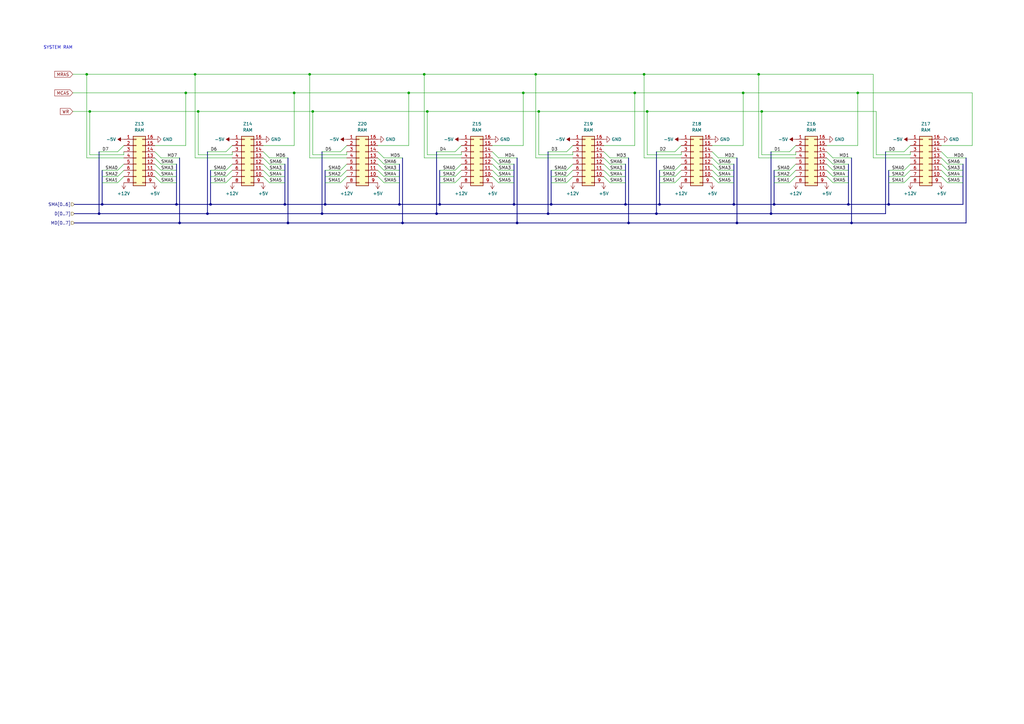
<source format=kicad_sch>
(kicad_sch (version 20230121) (generator eeschema)
  (paper "A3")
  (lib_symbols
    (symbol "Connector_Generic:Conn_02x08_Counter_Clockwise" (pin_names (offset 1.016) hide)
      (property "Reference" "J" (at 1.27 10.16 0))
      (property "Value" "Conn_02x08_Counter_Clockwise" (at 1.27 -12.7 0))
      (symbol "Conn_02x08_Counter_Clockwise_1_1"
        (rectangle (start -1.27 -10.033) (end 0 -10.287) (stroke (width 0.1524)))
        (rectangle (start -1.27 -7.493) (end 0 -7.747) (stroke (width 0.1524)))
        (rectangle (start -1.27 -4.953) (end 0 -5.207) (stroke (width 0.1524)))
        (rectangle (start -1.27 -2.413) (end 0 -2.667) (stroke (width 0.1524)))
        (rectangle (start -1.27 0.127) (end 0 -0.127) (stroke (width 0.1524)))
        (rectangle (start -1.27 2.667) (end 0 2.413) (stroke (width 0.1524)))
        (rectangle (start -1.27 5.207) (end 0 4.953) (stroke (width 0.1524)))
        (rectangle (start -1.27 7.747) (end 0 7.493) (stroke (width 0.1524)))
        (rectangle (start -1.27 8.89) (end 3.81 -11.43) (stroke (width 0.254)) (fill (type background)))
        (rectangle (start 3.81 -10.033) (end 2.54 -10.287) (stroke (width 0.1524)))
        (rectangle (start 3.81 -7.493) (end 2.54 -7.747) (stroke (width 0.1524)))
        (rectangle (start 3.81 -4.953) (end 2.54 -5.207) (stroke (width 0.1524)))
        (rectangle (start 3.81 -2.413) (end 2.54 -2.667) (stroke (width 0.1524)))
        (rectangle (start 3.81 0.127) (end 2.54 -0.127) (stroke (width 0.1524)))
        (rectangle (start 3.81 2.667) (end 2.54 2.413) (stroke (width 0.1524)))
        (rectangle (start 3.81 5.207) (end 2.54 4.953) (stroke (width 0.1524)))
        (rectangle (start 3.81 7.747) (end 2.54 7.493) (stroke (width 0.1524)))
        (pin passive line (at -5.08 7.62 0) (length 3.81) (name "Pin_1") (number "1"))
        (pin passive line (at 7.62 -7.62 180) (length 3.81) (name "Pin_10") (number "10"))
        (pin passive line (at 7.62 -5.08 180) (length 3.81) (name "Pin_11") (number "11"))
        (pin passive line (at 7.62 -2.54 180) (length 3.81) (name "Pin_12") (number "12"))
        (pin passive line (at 7.62 0 180) (length 3.81) (name "Pin_13") (number "13"))
        (pin passive line (at 7.62 2.54 180) (length 3.81) (name "Pin_14") (number "14"))
        (pin passive line (at 7.62 5.08 180) (length 3.81) (name "Pin_15") (number "15"))
        (pin passive line (at 7.62 7.62 180) (length 3.81) (name "Pin_16") (number "16"))
        (pin passive line (at -5.08 5.08 0) (length 3.81) (name "Pin_2") (number "2"))
        (pin passive line (at -5.08 2.54 0) (length 3.81) (name "Pin_3") (number "3"))
        (pin passive line (at -5.08 0 0) (length 3.81) (name "Pin_4") (number "4"))
        (pin passive line (at -5.08 -2.54 0) (length 3.81) (name "Pin_5") (number "5"))
        (pin passive line (at -5.08 -5.08 0) (length 3.81) (name "Pin_6") (number "6"))
        (pin passive line (at -5.08 -7.62 0) (length 3.81) (name "Pin_7") (number "7"))
        (pin passive line (at -5.08 -10.16 0) (length 3.81) (name "Pin_8") (number "8"))
        (pin passive line (at 7.62 -10.16 180) (length 3.81) (name "Pin_9") (number "9"))
      )
    )
    (symbol "power:+12V" (power) (pin_names (offset 0))
      (property "Value" "+12V" (at 0 3.556 0))
      (symbol "+12V_0_1"
        (polyline (pts (xy -0.762 1.27) (xy 0 2.54)))
        (polyline (pts (xy 0 0) (xy 0 2.54)))
        (polyline (pts (xy 0 2.54) (xy 0.762 1.27)))
      )
      (symbol "+12V_1_1"
        (pin power_in line (at 0 0 90) (length 0) hide (name "+12V") (number "1"))
      )
    )
    (symbol "power:+5V" (power) (pin_names (offset 0))
      (property "Value" "+5V" (at 0 3.556 0))
      (symbol "+5V_0_1"
        (polyline (pts (xy -0.762 1.27) (xy 0 2.54)))
        (polyline (pts (xy 0 0) (xy 0 2.54)))
        (polyline (pts (xy 0 2.54) (xy 0.762 1.27)))
      )
      (symbol "+5V_1_1"
        (pin power_in line (at 0 0 90) (length 0) hide (name "+5V") (number "1"))
      )
    )
    (symbol "power:-5V" (power) (pin_names (offset 0))
      (property "Value" "-5V" (at 0 3.81 0))
      (symbol "-5V_0_0"
        (pin power_in line (at 0 0 90) (length 0) hide (name "-5V") (number "1"))
      )
      (symbol "-5V_0_1"
        (polyline (pts (xy 0 0) (xy 0 1.27) (xy 0.762 1.27) (xy 0 2.54) (xy -0.762 1.27) (xy 0 1.27)) (fill (type outline)))
      )
    )
    (symbol "power:GND" (power) (pin_names (offset 0))
      (property "Value" "GND" (at 0 -3.81 0))
      (symbol "GND_0_1"
        (polyline (pts (xy 0 0) (xy 0 -1.27) (xy 1.27 -1.27) (xy 0 -2.54) (xy -1.27 -1.27) (xy 0 -1.27)))
      )
      (symbol "GND_1_1"
        (pin power_in line (at 0 0 270) (length 0) hide (name "GND") (number "1"))
      )
    )
  )
  (junction (at 118.11 91.44))
  (junction (at 364.49 83.82))
  (junction (at 116.84 83.82))
  (junction (at 36.83 45.72))
  (junction (at 256.54 83.82))
  (junction (at 270.51 83.82))
  (junction (at 312.42 45.72))
  (junction (at 316.23 87.63))
  (junction (at 349.25 91.44))
  (junction (at 175.26 45.72))
  (junction (at 72.39 83.82))
  (junction (at 132.08 87.63))
  (junction (at 80.01 30.48))
  (junction (at 226.06 83.82))
  (junction (at 212.09 91.44))
  (junction (at 163.83 83.82))
  (junction (at 167.64 38.1))
  (junction (at 257.81 91.44))
  (junction (at 300.99 83.82))
  (junction (at 224.79 87.63))
  (junction (at 302.26 91.44))
  (junction (at 304.8 38.1))
  (junction (at 180.34 83.82))
  (junction (at 351.79 38.1))
  (junction (at 317.5 83.82))
  (junction (at 219.71 30.48))
  (junction (at 179.07 87.63))
  (junction (at 311.15 30.48))
  (junction (at 40.64 87.63))
  (junction (at 210.82 83.82))
  (junction (at 85.09 87.63))
  (junction (at 73.66 91.44))
  (junction (at 265.43 45.72))
  (junction (at 128.27 45.72))
  (junction (at 81.28 45.72))
  (junction (at 220.98 45.72))
  (junction (at 347.98 83.82))
  (junction (at 269.24 87.63))
  (junction (at 76.2 38.1))
  (junction (at 41.91 83.82))
  (junction (at 173.99 30.48))
  (junction (at 120.65 38.1))
  (junction (at 214.63 38.1))
  (junction (at 127 30.48))
  (junction (at 133.35 83.82))
  (junction (at 35.56 30.48))
  (junction (at 86.36 83.82))
  (junction (at 264.16 30.48))
  (junction (at 165.1 91.44))
  (junction (at 260.35 38.1))
  (bus_entry (at 247.65 69.85) (size 2.54 2.54))
  (bus_entry (at 107.95 64.77) (size 2.54 2.54))
  (bus_entry (at 250.19 64.77) (size -2.54 -2.54))
  (bus_entry (at 154.94 69.85) (size 2.54 2.54))
  (bus_entry (at 292.1 67.31) (size 2.54 2.54))
  (bus_entry (at 154.94 64.77) (size 2.54 2.54))
  (bus_entry (at 339.09 64.77) (size 2.54 2.54))
  (bus_entry (at 370.84 69.85) (size 2.54 -2.54))
  (bus_entry (at 386.08 72.39) (size 2.54 2.54))
  (bus_entry (at 201.93 67.31) (size 2.54 2.54))
  (bus_entry (at 63.5 69.85) (size 2.54 2.54))
  (bus_entry (at 323.85 74.93) (size 2.54 -2.54))
  (bus_entry (at 386.08 64.77) (size 2.54 2.54))
  (bus_entry (at 204.47 64.77) (size -2.54 -2.54))
  (bus_entry (at 186.69 72.39) (size 2.54 -2.54))
  (bus_entry (at 154.94 72.39) (size 2.54 2.54))
  (bus_entry (at 139.7 72.39) (size 2.54 -2.54))
  (bus_entry (at 323.85 69.85) (size 2.54 -2.54))
  (bus_entry (at 186.69 74.93) (size 2.54 -2.54))
  (bus_entry (at 63.5 67.31) (size 2.54 2.54))
  (bus_entry (at 201.93 72.39) (size 2.54 2.54))
  (bus_entry (at 388.62 64.77) (size -2.54 -2.54))
  (bus_entry (at 92.71 74.93) (size 2.54 -2.54))
  (bus_entry (at 232.41 62.23) (size 2.54 -2.54))
  (bus_entry (at 92.71 69.85) (size 2.54 -2.54))
  (bus_entry (at 157.48 64.77) (size -2.54 -2.54))
  (bus_entry (at 92.71 62.23) (size 2.54 -2.54))
  (bus_entry (at 48.26 62.23) (size 2.54 -2.54))
  (bus_entry (at 154.94 67.31) (size 2.54 2.54))
  (bus_entry (at 386.08 69.85) (size 2.54 2.54))
  (bus_entry (at 48.26 69.85) (size 2.54 -2.54))
  (bus_entry (at 292.1 64.77) (size 2.54 2.54))
  (bus_entry (at 292.1 69.85) (size 2.54 2.54))
  (bus_entry (at 247.65 67.31) (size 2.54 2.54))
  (bus_entry (at 276.86 62.23) (size 2.54 -2.54))
  (bus_entry (at 48.26 74.93) (size 2.54 -2.54))
  (bus_entry (at 323.85 72.39) (size 2.54 -2.54))
  (bus_entry (at 107.95 72.39) (size 2.54 2.54))
  (bus_entry (at 139.7 69.85) (size 2.54 -2.54))
  (bus_entry (at 48.26 72.39) (size 2.54 -2.54))
  (bus_entry (at 201.93 64.77) (size 2.54 2.54))
  (bus_entry (at 247.65 64.77) (size 2.54 2.54))
  (bus_entry (at 276.86 74.93) (size 2.54 -2.54))
  (bus_entry (at 323.85 62.23) (size 2.54 -2.54))
  (bus_entry (at 139.7 62.23) (size 2.54 -2.54))
  (bus_entry (at 63.5 72.39) (size 2.54 2.54))
  (bus_entry (at 63.5 64.77) (size 2.54 2.54))
  (bus_entry (at 339.09 72.39) (size 2.54 2.54))
  (bus_entry (at 186.69 62.23) (size 2.54 -2.54))
  (bus_entry (at 341.63 64.77) (size -2.54 -2.54))
  (bus_entry (at 186.69 69.85) (size 2.54 -2.54))
  (bus_entry (at 92.71 72.39) (size 2.54 -2.54))
  (bus_entry (at 370.84 62.23) (size 2.54 -2.54))
  (bus_entry (at 370.84 74.93) (size 2.54 -2.54))
  (bus_entry (at 66.04 64.77) (size -2.54 -2.54))
  (bus_entry (at 339.09 69.85) (size 2.54 2.54))
  (bus_entry (at 386.08 67.31) (size 2.54 2.54))
  (bus_entry (at 232.41 69.85) (size 2.54 -2.54))
  (bus_entry (at 110.49 64.77) (size -2.54 -2.54))
  (bus_entry (at 107.95 69.85) (size 2.54 2.54))
  (bus_entry (at 294.64 64.77) (size -2.54 -2.54))
  (bus_entry (at 276.86 72.39) (size 2.54 -2.54))
  (bus_entry (at 370.84 72.39) (size 2.54 -2.54))
  (bus_entry (at 232.41 72.39) (size 2.54 -2.54))
  (bus_entry (at 201.93 69.85) (size 2.54 2.54))
  (bus_entry (at 232.41 74.93) (size 2.54 -2.54))
  (bus_entry (at 107.95 67.31) (size 2.54 2.54))
  (bus_entry (at 139.7 74.93) (size 2.54 -2.54))
  (bus_entry (at 276.86 69.85) (size 2.54 -2.54))
  (bus_entry (at 292.1 72.39) (size 2.54 2.54))
  (bus_entry (at 247.65 72.39) (size 2.54 2.54))
  (bus_entry (at 339.09 67.31) (size 2.54 2.54))
  (wire (pts (xy 36.83 63.5) (xy 50.8 63.5)))
  (bus (pts (xy 179.07 62.23) (xy 179.07 87.63)))
  (wire (pts (xy 326.39 62.23) (xy 326.39 63.5)))
  (wire (pts (xy 269.24 62.23) (xy 276.86 62.23)))
  (bus (pts (xy 72.39 83.82) (xy 86.36 83.82)))
  (wire (pts (xy 316.23 62.23) (xy 323.85 62.23)))
  (wire (pts (xy 128.27 63.5) (xy 142.24 63.5)))
  (wire (pts (xy 358.14 64.77) (xy 373.38 64.77)))
  (wire (pts (xy 304.8 38.1) (xy 351.79 38.1)))
  (wire (pts (xy 270.51 74.93) (xy 276.86 74.93)))
  (wire (pts (xy 66.04 64.77) (xy 73.66 64.77)))
  (wire (pts (xy 35.56 30.48) (xy 80.01 30.48)))
  (wire (pts (xy 179.07 62.23) (xy 186.69 62.23)))
  (bus (pts (xy 179.07 87.63) (xy 132.08 87.63)))
  (wire (pts (xy 220.98 45.72) (xy 265.43 45.72)))
  (wire (pts (xy 294.64 72.39) (xy 300.99 72.39)))
  (bus (pts (xy 363.22 62.23) (xy 363.22 87.63)))
  (wire (pts (xy 80.01 64.77) (xy 95.25 64.77)))
  (wire (pts (xy 85.09 62.23) (xy 92.71 62.23)))
  (wire (pts (xy 219.71 30.48) (xy 219.71 64.77)))
  (wire (pts (xy 250.19 64.77) (xy 257.81 64.77)))
  (wire (pts (xy 204.47 67.31) (xy 210.82 67.31)))
  (wire (pts (xy 270.51 72.39) (xy 276.86 72.39)))
  (bus (pts (xy 116.84 67.31) (xy 116.84 83.82)))
  (wire (pts (xy 120.65 38.1) (xy 120.65 59.69)))
  (wire (pts (xy 311.15 30.48) (xy 311.15 64.77)))
  (wire (pts (xy 66.04 69.85) (xy 72.39 69.85)))
  (bus (pts (xy 257.81 64.77) (xy 257.81 91.44)))
  (wire (pts (xy 220.98 63.5) (xy 234.95 63.5)))
  (wire (pts (xy 95.25 62.23) (xy 95.25 63.5)))
  (wire (pts (xy 81.28 45.72) (xy 128.27 45.72)))
  (wire (pts (xy 363.22 62.23) (xy 370.84 62.23)))
  (bus (pts (xy 349.25 91.44) (xy 302.26 91.44)))
  (bus (pts (xy 210.82 67.31) (xy 210.82 83.82)))
  (bus (pts (xy 257.81 91.44) (xy 212.09 91.44)))
  (bus (pts (xy 256.54 83.82) (xy 270.51 83.82)))
  (bus (pts (xy 317.5 69.85) (xy 317.5 83.82)))
  (wire (pts (xy 204.47 64.77) (xy 212.09 64.77)))
  (wire (pts (xy 175.26 63.5) (xy 189.23 63.5)))
  (bus (pts (xy 180.34 69.85) (xy 180.34 83.82)))
  (wire (pts (xy 234.95 62.23) (xy 234.95 63.5)))
  (bus (pts (xy 269.24 62.23) (xy 269.24 87.63)))
  (bus (pts (xy 212.09 91.44) (xy 165.1 91.44)))
  (wire (pts (xy 167.64 38.1) (xy 167.64 59.69)))
  (bus (pts (xy 347.98 83.82) (xy 364.49 83.82)))
  (wire (pts (xy 175.26 45.72) (xy 220.98 45.72)))
  (wire (pts (xy 294.64 69.85) (xy 300.99 69.85)))
  (wire (pts (xy 250.19 67.31) (xy 256.54 67.31)))
  (bus (pts (xy 270.51 83.82) (xy 300.99 83.82)))
  (bus (pts (xy 396.24 64.77) (xy 396.24 91.44)))
  (wire (pts (xy 250.19 74.93) (xy 256.54 74.93)))
  (wire (pts (xy 36.83 45.72) (xy 81.28 45.72)))
  (wire (pts (xy 226.06 72.39) (xy 232.41 72.39)))
  (bus (pts (xy 73.66 91.44) (xy 30.48 91.44)))
  (bus (pts (xy 256.54 67.31) (xy 256.54 83.82)))
  (wire (pts (xy 294.64 64.77) (xy 302.26 64.77)))
  (wire (pts (xy 127 30.48) (xy 127 64.77)))
  (wire (pts (xy 219.71 30.48) (xy 264.16 30.48)))
  (wire (pts (xy 76.2 38.1) (xy 76.2 59.69)))
  (wire (pts (xy 189.23 62.23) (xy 189.23 63.5)))
  (wire (pts (xy 86.36 72.39) (xy 92.71 72.39)))
  (wire (pts (xy 36.83 45.72) (xy 36.83 63.5)))
  (wire (pts (xy 388.62 64.77) (xy 396.24 64.77)))
  (bus (pts (xy 364.49 69.85) (xy 364.49 83.82)))
  (wire (pts (xy 157.48 64.77) (xy 165.1 64.77)))
  (bus (pts (xy 40.64 62.23) (xy 40.64 87.63)))
  (bus (pts (xy 396.24 91.44) (xy 349.25 91.44)))
  (bus (pts (xy 302.26 91.44) (xy 257.81 91.44)))
  (wire (pts (xy 364.49 74.93) (xy 370.84 74.93)))
  (wire (pts (xy 50.8 62.23) (xy 50.8 63.5)))
  (wire (pts (xy 66.04 72.39) (xy 72.39 72.39)))
  (bus (pts (xy 118.11 64.77) (xy 118.11 91.44)))
  (bus (pts (xy 116.84 83.82) (xy 133.35 83.82)))
  (wire (pts (xy 142.24 62.23) (xy 142.24 63.5)))
  (bus (pts (xy 165.1 91.44) (xy 118.11 91.44)))
  (wire (pts (xy 214.63 38.1) (xy 260.35 38.1)))
  (wire (pts (xy 63.5 59.69) (xy 76.2 59.69)))
  (wire (pts (xy 81.28 45.72) (xy 81.28 63.5)))
  (wire (pts (xy 294.64 67.31) (xy 300.99 67.31)))
  (wire (pts (xy 110.49 74.93) (xy 116.84 74.93)))
  (wire (pts (xy 388.62 74.93) (xy 394.97 74.93)))
  (bus (pts (xy 300.99 83.82) (xy 317.5 83.82)))
  (bus (pts (xy 300.99 67.31) (xy 300.99 83.82)))
  (wire (pts (xy 86.36 74.93) (xy 92.71 74.93)))
  (bus (pts (xy 226.06 69.85) (xy 226.06 83.82)))
  (wire (pts (xy 341.63 67.31) (xy 347.98 67.31)))
  (wire (pts (xy 180.34 69.85) (xy 186.69 69.85)))
  (bus (pts (xy 269.24 87.63) (xy 224.79 87.63)))
  (wire (pts (xy 110.49 67.31) (xy 116.84 67.31)))
  (wire (pts (xy 220.98 45.72) (xy 220.98 63.5)))
  (wire (pts (xy 294.64 74.93) (xy 300.99 74.93)))
  (wire (pts (xy 264.16 30.48) (xy 311.15 30.48)))
  (wire (pts (xy 265.43 63.5) (xy 279.4 63.5)))
  (wire (pts (xy 260.35 38.1) (xy 260.35 59.69)))
  (wire (pts (xy 265.43 45.72) (xy 312.42 45.72)))
  (wire (pts (xy 29.845 45.72) (xy 36.83 45.72)))
  (wire (pts (xy 388.62 67.31) (xy 394.97 67.31)))
  (wire (pts (xy 351.79 38.1) (xy 351.79 59.69)))
  (wire (pts (xy 386.08 59.69) (xy 398.78 59.69)))
  (wire (pts (xy 388.62 72.39) (xy 394.97 72.39)))
  (wire (pts (xy 66.04 67.31) (xy 72.39 67.31)))
  (bus (pts (xy 86.36 69.85) (xy 86.36 83.82)))
  (bus (pts (xy 72.39 67.31) (xy 72.39 83.82)))
  (wire (pts (xy 341.63 69.85) (xy 347.98 69.85)))
  (wire (pts (xy 304.8 38.1) (xy 304.8 59.69)))
  (bus (pts (xy 394.97 67.31) (xy 394.97 83.82)))
  (wire (pts (xy 364.49 72.39) (xy 370.84 72.39)))
  (bus (pts (xy 210.82 83.82) (xy 226.06 83.82)))
  (bus (pts (xy 163.83 67.31) (xy 163.83 83.82)))
  (wire (pts (xy 351.79 38.1) (xy 398.78 38.1)))
  (wire (pts (xy 29.845 30.48) (xy 35.56 30.48)))
  (bus (pts (xy 73.66 64.77) (xy 73.66 91.44)))
  (wire (pts (xy 311.15 64.77) (xy 326.39 64.77)))
  (bus (pts (xy 86.36 83.82) (xy 116.84 83.82)))
  (bus (pts (xy 316.23 62.23) (xy 316.23 87.63)))
  (wire (pts (xy 265.43 45.72) (xy 265.43 63.5)))
  (wire (pts (xy 317.5 69.85) (xy 323.85 69.85)))
  (bus (pts (xy 41.91 69.85) (xy 41.91 83.82)))
  (wire (pts (xy 260.35 38.1) (xy 304.8 38.1)))
  (bus (pts (xy 30.48 83.82) (xy 41.91 83.82)))
  (bus (pts (xy 133.35 83.82) (xy 163.83 83.82)))
  (bus (pts (xy 316.23 87.63) (xy 269.24 87.63)))
  (wire (pts (xy 128.27 45.72) (xy 128.27 63.5)))
  (wire (pts (xy 128.27 45.72) (xy 175.26 45.72)))
  (wire (pts (xy 157.48 67.31) (xy 163.83 67.31)))
  (wire (pts (xy 154.94 59.69) (xy 167.64 59.69)))
  (wire (pts (xy 180.34 74.93) (xy 186.69 74.93)))
  (wire (pts (xy 247.65 59.69) (xy 260.35 59.69)))
  (wire (pts (xy 359.41 63.5) (xy 373.38 63.5)))
  (wire (pts (xy 312.42 63.5) (xy 326.39 63.5)))
  (wire (pts (xy 66.04 74.93) (xy 72.39 74.93)))
  (wire (pts (xy 110.49 64.77) (xy 118.11 64.77)))
  (wire (pts (xy 110.49 72.39) (xy 116.84 72.39)))
  (wire (pts (xy 341.63 74.93) (xy 347.98 74.93)))
  (bus (pts (xy 317.5 83.82) (xy 347.98 83.82)))
  (wire (pts (xy 29.845 38.1) (xy 76.2 38.1)))
  (bus (pts (xy 302.26 64.77) (xy 302.26 91.44)))
  (wire (pts (xy 81.28 63.5) (xy 95.25 63.5)))
  (wire (pts (xy 41.91 74.93) (xy 48.26 74.93)))
  (wire (pts (xy 167.64 38.1) (xy 214.63 38.1)))
  (wire (pts (xy 127 64.77) (xy 142.24 64.77)))
  (bus (pts (xy 364.49 83.82) (xy 394.97 83.82)))
  (wire (pts (xy 359.41 45.72) (xy 359.41 63.5)))
  (wire (pts (xy 339.09 59.69) (xy 351.79 59.69)))
  (bus (pts (xy 132.08 87.63) (xy 85.09 87.63)))
  (wire (pts (xy 35.56 30.48) (xy 35.56 64.77)))
  (wire (pts (xy 250.19 69.85) (xy 256.54 69.85)))
  (wire (pts (xy 219.71 64.77) (xy 234.95 64.77)))
  (bus (pts (xy 165.1 64.77) (xy 165.1 91.44)))
  (wire (pts (xy 120.65 38.1) (xy 167.64 38.1)))
  (wire (pts (xy 41.91 72.39) (xy 48.26 72.39)))
  (wire (pts (xy 264.16 64.77) (xy 279.4 64.77)))
  (wire (pts (xy 388.62 69.85) (xy 394.97 69.85)))
  (wire (pts (xy 132.08 62.23) (xy 139.7 62.23)))
  (wire (pts (xy 204.47 74.93) (xy 210.82 74.93)))
  (wire (pts (xy 173.99 30.48) (xy 173.99 64.77)))
  (wire (pts (xy 364.49 69.85) (xy 370.84 69.85)))
  (wire (pts (xy 358.14 30.48) (xy 358.14 64.77)))
  (wire (pts (xy 204.47 69.85) (xy 210.82 69.85)))
  (wire (pts (xy 204.47 72.39) (xy 210.82 72.39)))
  (wire (pts (xy 317.5 72.39) (xy 323.85 72.39)))
  (wire (pts (xy 312.42 45.72) (xy 359.41 45.72)))
  (bus (pts (xy 133.35 69.85) (xy 133.35 83.82)))
  (bus (pts (xy 224.79 87.63) (xy 179.07 87.63)))
  (bus (pts (xy 270.51 69.85) (xy 270.51 83.82)))
  (wire (pts (xy 180.34 72.39) (xy 186.69 72.39)))
  (wire (pts (xy 292.1 59.69) (xy 304.8 59.69)))
  (wire (pts (xy 157.48 72.39) (xy 163.83 72.39)))
  (bus (pts (xy 347.98 67.31) (xy 347.98 83.82)))
  (bus (pts (xy 41.91 83.82) (xy 72.39 83.82)))
  (wire (pts (xy 40.64 62.23) (xy 48.26 62.23)))
  (wire (pts (xy 226.06 69.85) (xy 232.41 69.85)))
  (wire (pts (xy 76.2 38.1) (xy 120.65 38.1)))
  (wire (pts (xy 264.16 30.48) (xy 264.16 64.77)))
  (wire (pts (xy 127 30.48) (xy 173.99 30.48)))
  (wire (pts (xy 35.56 64.77) (xy 50.8 64.77)))
  (wire (pts (xy 201.93 59.69) (xy 214.63 59.69)))
  (wire (pts (xy 80.01 30.48) (xy 127 30.48)))
  (bus (pts (xy 212.09 64.77) (xy 212.09 91.44)))
  (wire (pts (xy 317.5 74.93) (xy 323.85 74.93)))
  (wire (pts (xy 224.79 62.23) (xy 232.41 62.23)))
  (bus (pts (xy 226.06 83.82) (xy 256.54 83.82)))
  (wire (pts (xy 41.91 69.85) (xy 48.26 69.85)))
  (bus (pts (xy 132.08 62.23) (xy 132.08 87.63)))
  (bus (pts (xy 363.22 87.63) (xy 316.23 87.63)))
  (wire (pts (xy 133.35 69.85) (xy 139.7 69.85)))
  (wire (pts (xy 133.35 74.93) (xy 139.7 74.93)))
  (wire (pts (xy 311.15 30.48) (xy 358.14 30.48)))
  (wire (pts (xy 214.63 38.1) (xy 214.63 59.69)))
  (wire (pts (xy 157.48 69.85) (xy 163.83 69.85)))
  (bus (pts (xy 40.64 87.63) (xy 30.48 87.63)))
  (wire (pts (xy 110.49 69.85) (xy 116.84 69.85)))
  (wire (pts (xy 270.51 69.85) (xy 276.86 69.85)))
  (wire (pts (xy 157.48 74.93) (xy 163.83 74.93)))
  (wire (pts (xy 398.78 38.1) (xy 398.78 59.69)))
  (wire (pts (xy 173.99 30.48) (xy 219.71 30.48)))
  (wire (pts (xy 312.42 45.72) (xy 312.42 63.5)))
  (wire (pts (xy 341.63 72.39) (xy 347.98 72.39)))
  (wire (pts (xy 107.95 59.69) (xy 120.65 59.69)))
  (bus (pts (xy 163.83 83.82) (xy 180.34 83.82)))
  (bus (pts (xy 118.11 91.44) (xy 73.66 91.44)))
  (wire (pts (xy 133.35 72.39) (xy 139.7 72.39)))
  (wire (pts (xy 373.38 62.23) (xy 373.38 63.5)))
  (bus (pts (xy 349.25 64.77) (xy 349.25 91.44)))
  (bus (pts (xy 224.79 62.23) (xy 224.79 87.63)))
  (wire (pts (xy 226.06 74.93) (xy 232.41 74.93)))
  (wire (pts (xy 86.36 69.85) (xy 92.71 69.85)))
  (bus (pts (xy 85.09 87.63) (xy 40.64 87.63)))
  (bus (pts (xy 180.34 83.82) (xy 210.82 83.82)))
  (wire (pts (xy 341.63 64.77) (xy 349.25 64.77)))
  (wire (pts (xy 80.01 30.48) (xy 80.01 64.77)))
  (wire (pts (xy 279.4 62.23) (xy 279.4 63.5)))
  (bus (pts (xy 85.09 62.23) (xy 85.09 87.63)))
  (wire (pts (xy 173.99 64.77) (xy 189.23 64.77)))
  (wire (pts (xy 250.19 72.39) (xy 256.54 72.39)))
  (wire (pts (xy 175.26 45.72) (xy 175.26 63.5)))
  (text "SYSTEM RAM" (at 17.78 20.32 0) (effects (font (size 1.27 1.27)) (justify left bottom)))
  (label "SMA4" (at 341.63 72.39 0))
  (label "SMA2" (at 134.62 72.39 0))
  (label "D0" (at 364.49 62.23 0))
  (label "SMA2" (at 181.61 72.39 0))
  (label "SMA5" (at 204.47 74.93 0))
  (label "SMA2" (at 365.76 72.39 0))
  (label "SMA3" (at 250.19 69.85 0))
  (label "D4" (at 180.34 62.23 0))
  (label "SMA1" (at 134.62 74.93 0))
  (label "MD7" (at 68.58 64.77 0))
  (label "SMA0" (at 365.76 69.85 0))
  (label "SMA5" (at 294.64 74.93 0))
  (label "MD0" (at 391.16 64.77 0))
  (label "SMA2" (at 318.77 72.39 0))
  (label "SMA5" (at 388.62 74.93 0))
  (label "D3" (at 226.06 62.23 0))
  (label "SMA0" (at 318.77 69.85 0))
  (label "SMA0" (at 87.63 69.85 0))
  (label "SMA3" (at 66.04 69.85 0))
  (label "D6" (at 86.36 62.23 0))
  (label "SMA4" (at 66.04 72.39 0))
  (label "MD1" (at 344.17 64.77 0))
  (label "SMA3" (at 388.62 69.85 0))
  (label "SMA2" (at 271.78 72.39 0))
  (label "SMA2" (at 43.18 72.39 0))
  (label "SMA6" (at 250.19 67.31 0))
  (label "SMA2" (at 87.63 72.39 0))
  (label "SMA6" (at 66.04 67.31 0))
  (label "SMA2" (at 227.33 72.39 0))
  (label "D5" (at 133.35 62.23 0))
  (label "SMA3" (at 341.63 69.85 0))
  (label "SMA6" (at 388.62 67.31 0))
  (label "MD3" (at 252.73 64.77 0))
  (label "SMA3" (at 157.48 69.85 0))
  (label "SMA4" (at 294.64 72.39 0))
  (label "SMA1" (at 43.18 74.93 0))
  (label "SMA6" (at 341.63 67.31 0))
  (label "SMA5" (at 110.49 74.93 0))
  (label "SMA5" (at 341.63 74.93 0))
  (label "MD4" (at 207.01 64.77 0))
  (label "SMA4" (at 110.49 72.39 0))
  (label "SMA6" (at 157.48 67.31 0))
  (label "SMA1" (at 271.78 74.93 0))
  (label "MD5" (at 160.02 64.77 0))
  (label "SMA3" (at 294.64 69.85 0))
  (label "SMA0" (at 181.61 69.85 0))
  (label "SMA0" (at 271.78 69.85 0))
  (label "SMA4" (at 250.19 72.39 0))
  (label "SMA0" (at 43.18 69.85 0))
  (label "SMA0" (at 134.62 69.85 0))
  (label "SMA4" (at 204.47 72.39 0))
  (label "SMA1" (at 87.63 74.93 0))
  (label "MD2" (at 297.18 64.77 0))
  (label "SMA3" (at 110.49 69.85 0))
  (label "SMA3" (at 204.47 69.85 0))
  (label "D1" (at 317.5 62.23 0))
  (label "SMA1" (at 318.77 74.93 0))
  (label "SMA6" (at 110.49 67.31 0))
  (label "SMA4" (at 388.62 72.39 0))
  (label "SMA1" (at 365.76 74.93 0))
  (label "SMA4" (at 157.48 72.39 0))
  (label "SMA6" (at 294.64 67.31 0))
  (label "D7" (at 41.91 62.23 0))
  (label "SMA6" (at 204.47 67.31 0))
  (label "SMA5" (at 66.04 74.93 0))
  (label "D2" (at 270.51 62.23 0))
  (label "SMA5" (at 157.48 74.93 0))
  (label "SMA1" (at 227.33 74.93 0))
  (label "SMA5" (at 250.19 74.93 0))
  (label "SMA1" (at 181.61 74.93 0))
  (label "SMA0" (at 227.33 69.85 0))
  (label "MD6" (at 113.03 64.77 0))
  (global_label "MRAS" (shape input) (at 29.845 30.48 180) (property "Intersheetrefs" "${INTERSHEET_REFS}" (effects hide)))
  (global_label "MCAS" (shape input) (at 29.845 38.1 180) (property "Intersheetrefs" "${INTERSHEET_REFS}" (effects hide)))
  (global_label "WR" (shape input) (at 29.845 45.72 180) (property "Intersheetrefs" "${INTERSHEET_REFS}" (effects hide)))
  (hierarchical_label "D[0..7]" (shape input) (at 30.48 87.63 180))
  (hierarchical_label "SMA[0..6]" (shape input) (at 30.48 83.82 180))
  (hierarchical_label "MD[0..7]" (shape input) (at 30.48 91.44 180))
  (symbol (lib_id "power:+5V") (at 107.95 74.93 180) (unit 1)
    (property "Reference" "#PWR010" (effects hide))
    (property "Value" "+5V" (at 107.95 79.375 0))
    (instances (project "TRS80IUS" (path "" (reference "#PWR010") (unit 1)) (path "" (reference "#PWR042") (unit 1)) (path "" (reference "#PWR0216") (unit 1))))
  )
  (symbol (lib_id "power:+12V") (at 50.8 74.93 180) (unit 1)
    (property "Reference" "#PWR0107" (effects hide))
    (property "Value" "+12V" (at 53.34 79.375 0) (effects (justify left)))
    (instances (project "TRS80IUS" (path "" (reference "#PWR0107") (unit 1)) (path "" (reference "#PWR0194") (unit 1))))
  )
  (symbol (lib_id "Connector_Generic:Conn_02x08_Counter_Clockwise") (at 378.46 64.77 0) (unit 1)
    (property "Reference" "Z17" (at 379.73 50.8 0))
    (property "Value" "RAM" (at 379.73 53.34 0))
    (property "Footprint" "TRS80IUS:DIP-16_W7.62mm" (effects hide))
  )
  (symbol (lib_id "power:+5V") (at 201.93 74.93 180) (unit 1)
    (property "Reference" "#PWR010" (effects hide))
    (property "Value" "+5V" (at 201.93 79.375 0))
    (instances (project "TRS80IUS" (path "" (reference "#PWR010") (unit 1)) (path "" (reference "#PWR042") (unit 1)) (path "" (reference "#PWR0224") (unit 1))))
  )
  (symbol (lib_id "power:GND") (at 247.65 57.15 90) (unit 1)
    (property "Reference" "#PWR0108" (effects hide))
    (property "Value" "GND" (at 250.825 57.15 90) (effects (justify right)))
    (instances (project "TRS80IUS" (path "" (reference "#PWR0108") (unit 1)) (path "" (reference "#PWR0123") (unit 1)) (path "" (reference "#PWR0132") (unit 1)) (path "" (reference "#PWR0137") (unit 1)) (path "" (reference "#PWR0164") (unit 1)) (path "" (reference "#PWR0227") (unit 1))))
  )
  (symbol (lib_id "Connector_Generic:Conn_02x08_Counter_Clockwise") (at 194.31 64.77 0) (unit 1)
    (property "Reference" "Z15" (at 195.58 50.8 0))
    (property "Value" "RAM" (at 195.58 53.34 0))
    (property "Footprint" "TRS80IUS:DIP-16_W7.62mm" (effects hide))
  )
  (symbol (lib_id "power:+12V") (at 373.38 74.93 180) (unit 1)
    (property "Reference" "#PWR0107" (effects hide))
    (property "Value" "+12V" (at 375.92 79.375 0) (effects (justify left)))
    (instances (project "TRS80IUS" (path "" (reference "#PWR0107") (unit 1)) (path "" (reference "#PWR0268") (unit 1))))
  )
  (symbol (lib_id "power:+12V") (at 142.24 74.93 180) (unit 1)
    (property "Reference" "#PWR0107" (effects hide))
    (property "Value" "+12V" (at 144.78 79.375 0) (effects (justify left)))
    (instances (project "TRS80IUS" (path "" (reference "#PWR0107") (unit 1)) (path "" (reference "#PWR0258") (unit 1))))
  )
  (symbol (lib_id "power:-5V") (at 234.95 57.15 90) (unit 1)
    (property "Reference" "#PWR0243" (effects hide))
    (property "Value" "-5V" (at 231.775 57.15 90) (effects (justify left)))
    (instances (project "TRS80IUS" (path "" (reference "#PWR0243") (unit 1)) (path "" (reference "#PWR0225") (unit 1))))
  )
  (symbol (lib_id "power:+5V") (at 339.09 74.93 180) (unit 1)
    (property "Reference" "#PWR010" (effects hide))
    (property "Value" "+5V" (at 339.09 79.375 0))
    (instances (project "TRS80IUS" (path "" (reference "#PWR010") (unit 1)) (path "" (reference "#PWR042") (unit 1)) (path "" (reference "#PWR0237") (unit 1))))
  )
  (symbol (lib_id "power:+12V") (at 234.95 74.93 180) (unit 1)
    (property "Reference" "#PWR0107" (effects hide))
    (property "Value" "+12V" (at 237.49 79.375 0) (effects (justify left)))
    (instances (project "TRS80IUS" (path "" (reference "#PWR0107") (unit 1)) (path "" (reference "#PWR0265") (unit 1))))
  )
  (symbol (lib_id "power:+12V") (at 326.39 74.93 180) (unit 1)
    (property "Reference" "#PWR0107" (effects hide))
    (property "Value" "+12V" (at 328.93 79.375 0) (effects (justify left)))
    (instances (project "TRS80IUS" (path "" (reference "#PWR0107") (unit 1)) (path "" (reference "#PWR0267") (unit 1))))
  )
  (symbol (lib_id "power:GND") (at 339.09 57.15 90) (unit 1)
    (property "Reference" "#PWR0108" (effects hide))
    (property "Value" "GND" (at 342.265 57.15 90) (effects (justify right)))
    (instances (project "TRS80IUS" (path "" (reference "#PWR0108") (unit 1)) (path "" (reference "#PWR0123") (unit 1)) (path "" (reference "#PWR0132") (unit 1)) (path "" (reference "#PWR0137") (unit 1)) (path "" (reference "#PWR0164") (unit 1)) (path "" (reference "#PWR0236") (unit 1))))
  )
  (symbol (lib_id "power:+5V") (at 63.5 74.93 180) (unit 1)
    (property "Reference" "#PWR010" (effects hide))
    (property "Value" "+5V" (at 63.5 79.375 0))
    (instances (project "TRS80IUS" (path "" (reference "#PWR010") (unit 1)) (path "" (reference "#PWR042") (unit 1)) (path "" (reference "#PWR0212") (unit 1))))
  )
  (symbol (lib_id "power:-5V") (at 95.25 57.15 90) (unit 1)
    (property "Reference" "#PWR0243" (effects hide))
    (property "Value" "-5V" (at 92.075 57.15 90) (effects (justify left)))
    (instances (project "TRS80IUS" (path "" (reference "#PWR0243") (unit 1)) (path "" (reference "#PWR0213") (unit 1))))
  )
  (symbol (lib_id "power:GND") (at 292.1 57.15 90) (unit 1)
    (property "Reference" "#PWR0108" (effects hide))
    (property "Value" "GND" (at 295.275 57.15 90) (effects (justify right)))
    (instances (project "TRS80IUS" (path "" (reference "#PWR0108") (unit 1)) (path "" (reference "#PWR0123") (unit 1)) (path "" (reference "#PWR0132") (unit 1)) (path "" (reference "#PWR0137") (unit 1)) (path "" (reference "#PWR0164") (unit 1)) (path "" (reference "#PWR0232") (unit 1))))
  )
  (symbol (lib_id "power:GND") (at 201.93 57.15 90) (unit 1)
    (property "Reference" "#PWR0108" (effects hide))
    (property "Value" "GND" (at 205.105 57.15 90) (effects (justify right)))
    (instances (project "TRS80IUS" (path "" (reference "#PWR0108") (unit 1)) (path "" (reference "#PWR0123") (unit 1)) (path "" (reference "#PWR0132") (unit 1)) (path "" (reference "#PWR0137") (unit 1)) (path "" (reference "#PWR0164") (unit 1)) (path "" (reference "#PWR0223") (unit 1))))
  )
  (symbol (lib_id "power:+5V") (at 386.08 74.93 180) (unit 1)
    (property "Reference" "#PWR010" (effects hide))
    (property "Value" "+5V" (at 386.08 79.375 0))
    (instances (project "TRS80IUS" (path "" (reference "#PWR010") (unit 1)) (path "" (reference "#PWR042") (unit 1)) (path "" (reference "#PWR0241") (unit 1))))
  )
  (symbol (lib_id "Connector_Generic:Conn_02x08_Counter_Clockwise") (at 100.33 64.77 0) (unit 1)
    (property "Reference" "Z14" (at 101.6 50.8 0))
    (property "Value" "RAM" (at 101.6 53.34 0))
    (property "Footprint" "TRS80IUS:DIP-16_W7.62mm" (effects hide))
  )
  (symbol (lib_id "power:-5V") (at 50.8 57.15 90) (unit 1)
    (property "Reference" "#PWR0243" (effects hide))
    (property "Value" "-5V" (at 47.625 57.15 90) (effects (justify left)))
    (instances (project "TRS80IUS" (path "" (reference "#PWR0243") (unit 1)) (path "" (reference "#PWR0209") (unit 1))))
  )
  (symbol (lib_id "power:GND") (at 63.5 57.15 90) (unit 1)
    (property "Reference" "#PWR0108" (effects hide))
    (property "Value" "GND" (at 66.675 57.15 90) (effects (justify right)))
    (instances (project "TRS80IUS" (path "" (reference "#PWR0108") (unit 1)) (path "" (reference "#PWR0123") (unit 1)) (path "" (reference "#PWR0132") (unit 1)) (path "" (reference "#PWR0137") (unit 1)) (path "" (reference "#PWR0164") (unit 1)) (path "" (reference "#PWR0211") (unit 1))))
  )
  (symbol (lib_id "power:+5V") (at 154.94 74.93 180) (unit 1)
    (property "Reference" "#PWR010" (effects hide))
    (property "Value" "+5V" (at 154.94 79.375 0))
    (instances (project "TRS80IUS" (path "" (reference "#PWR010") (unit 1)) (path "" (reference "#PWR042") (unit 1)) (path "" (reference "#PWR0220") (unit 1))))
  )
  (symbol (lib_id "Connector_Generic:Conn_02x08_Counter_Clockwise") (at 284.48 64.77 0) (unit 1)
    (property "Reference" "Z18" (at 285.75 50.8 0))
    (property "Value" "RAM" (at 285.75 53.34 0))
    (property "Footprint" "TRS80IUS:DIP-16_W7.62mm" (effects hide))
  )
  (symbol (lib_id "power:+12V") (at 95.25 74.93 180) (unit 1)
    (property "Reference" "#PWR0107" (effects hide))
    (property "Value" "+12V" (at 97.79 79.375 0) (effects (justify left)))
    (instances (project "TRS80IUS" (path "" (reference "#PWR0107") (unit 1)) (path "" (reference "#PWR0109") (unit 1))))
  )
  (symbol (lib_id "power:-5V") (at 373.38 57.15 90) (unit 1)
    (property "Reference" "#PWR0243" (effects hide))
    (property "Value" "-5V" (at 370.205 57.15 90) (effects (justify left)))
    (instances (project "TRS80IUS" (path "" (reference "#PWR0243") (unit 1)) (path "" (reference "#PWR0238") (unit 1))))
  )
  (symbol (lib_id "Connector_Generic:Conn_02x08_Counter_Clockwise") (at 147.32 64.77 0) (unit 1)
    (property "Reference" "Z20" (at 148.59 50.8 0))
    (property "Value" "RAM" (at 148.59 53.34 0))
    (property "Footprint" "TRS80IUS:DIP-16_W7.62mm" (effects hide))
  )
  (symbol (lib_id "power:-5V") (at 189.23 57.15 90) (unit 1)
    (property "Reference" "#PWR0243" (effects hide))
    (property "Value" "-5V" (at 186.055 57.15 90) (effects (justify left)))
    (instances (project "TRS80IUS" (path "" (reference "#PWR0243") (unit 1)) (path "" (reference "#PWR0221") (unit 1))))
  )
  (symbol (lib_id "power:-5V") (at 279.4 57.15 90) (unit 1)
    (property "Reference" "#PWR0243" (effects hide))
    (property "Value" "-5V" (at 276.225 57.15 90) (effects (justify left)))
    (instances (project "TRS80IUS" (path "" (reference "#PWR0243") (unit 1)) (path "" (reference "#PWR0229") (unit 1))))
  )
  (symbol (lib_id "power:GND") (at 154.94 57.15 90) (unit 1)
    (property "Reference" "#PWR0108" (effects hide))
    (property "Value" "GND" (at 158.115 57.15 90) (effects (justify right)))
    (instances (project "TRS80IUS" (path "" (reference "#PWR0108") (unit 1)) (path "" (reference "#PWR0123") (unit 1)) (path "" (reference "#PWR0132") (unit 1)) (path "" (reference "#PWR0137") (unit 1)) (path "" (reference "#PWR0164") (unit 1)) (path "" (reference "#PWR0219") (unit 1))))
  )
  (symbol (lib_id "Connector_Generic:Conn_02x08_Counter_Clockwise") (at 240.03 64.77 0) (unit 1)
    (property "Reference" "Z19" (at 241.3 50.8 0))
    (property "Value" "RAM" (at 241.3 53.34 0))
    (property "Footprint" "TRS80IUS:DIP-16_W7.62mm" (effects hide))
  )
  (symbol (lib_id "power:+5V") (at 292.1 74.93 180) (unit 1)
    (property "Reference" "#PWR010" (effects hide))
    (property "Value" "+5V" (at 292.1 79.375 0))
    (instances (project "TRS80IUS" (path "" (reference "#PWR010") (unit 1)) (path "" (reference "#PWR042") (unit 1)) (path "" (reference "#PWR0233") (unit 1))))
  )
  (symbol (lib_id "power:GND") (at 386.08 57.15 90) (unit 1)
    (property "Reference" "#PWR0108" (effects hide))
    (property "Value" "GND" (at 389.255 57.15 90) (effects (justify right)))
    (instances (project "TRS80IUS" (path "" (reference "#PWR0108") (unit 1)) (path "" (reference "#PWR0123") (unit 1)) (path "" (reference "#PWR0132") (unit 1)) (path "" (reference "#PWR0137") (unit 1)) (path "" (reference "#PWR0164") (unit 1)) (path "" (reference "#PWR0240") (unit 1))))
  )
  (symbol (lib_id "power:+5V") (at 247.65 74.93 180) (unit 1)
    (property "Reference" "#PWR010" (effects hide))
    (property "Value" "+5V" (at 247.65 79.375 0))
    (instances (project "TRS80IUS" (path "" (reference "#PWR010") (unit 1)) (path "" (reference "#PWR042") (unit 1)) (path "" (reference "#PWR0228") (unit 1))))
  )
  (symbol (lib_id "power:GND") (at 107.95 57.15 90) (unit 1)
    (property "Reference" "#PWR0108" (effects hide))
    (property "Value" "GND" (at 111.125 57.15 90) (effects (justify right)))
    (instances (project "TRS80IUS" (path "" (reference "#PWR0108") (unit 1)) (path "" (reference "#PWR0123") (unit 1)) (path "" (reference "#PWR0132") (unit 1)) (path "" (reference "#PWR0137") (unit 1)) (path "" (reference "#PWR0164") (unit 1)) (path "" (reference "#PWR0215") (unit 1))))
  )
  (symbol (lib_id "Connector_Generic:Conn_02x08_Counter_Clockwise") (at 55.88 64.77 0) (unit 1)
    (property "Reference" "Z13" (at 57.15 50.8 0))
    (property "Value" "RAM" (at 57.15 53.34 0))
    (property "Footprint" "TRS80IUS:DIP-16_W7.62mm" (effects hide))
  )
  (symbol (lib_id "Connector_Generic:Conn_02x08_Counter_Clockwise") (at 331.47 64.77 0) (unit 1)
    (property "Reference" "Z16" (at 332.74 50.8 0))
    (property "Value" "RAM" (at 332.74 53.34 0))
    (property "Footprint" "TRS80IUS:DIP-16_W7.62mm" (effects hide))
  )
  (symbol (lib_id "power:-5V") (at 142.24 57.15 90) (unit 1)
    (property "Reference" "#PWR0243" (effects hide))
    (property "Value" "-5V" (at 139.065 57.15 90) (effects (justify left)))
    (instances (project "TRS80IUS" (path "" (reference "#PWR0243") (unit 1)) (path "" (reference "#PWR0217") (unit 1))))
  )
  (symbol (lib_id "power:+12V") (at 189.23 74.93 180) (unit 1)
    (property "Reference" "#PWR0107" (effects hide))
    (property "Value" "+12V" (at 191.77 79.375 0) (effects (justify left)))
    (instances (project "TRS80IUS" (path "" (reference "#PWR0107") (unit 1)) (path "" (reference "#PWR0264") (unit 1))))
  )
  (symbol (lib_id "power:-5V") (at 326.39 57.15 90) (unit 1)
    (property "Reference" "#PWR0243" (effects hide))
    (property "Value" "-5V" (at 323.215 57.15 90) (effects (justify left)))
    (instances (project "TRS80IUS" (path "" (reference "#PWR0243") (unit 1)) (path "" (reference "#PWR0234") (unit 1))))
  )
  (symbol (lib_id "power:+12V") (at 279.4 74.93 180) (unit 1)
    (property "Reference" "#PWR0107" (effects hide))
    (property "Value" "+12V" (at 281.94 79.375 0) (effects (justify left)))
    (instances (project "TRS80IUS" (path "" (reference "#PWR0107") (unit 1)) (path "" (reference "#PWR0266") (unit 1))))
  )
)
</source>
